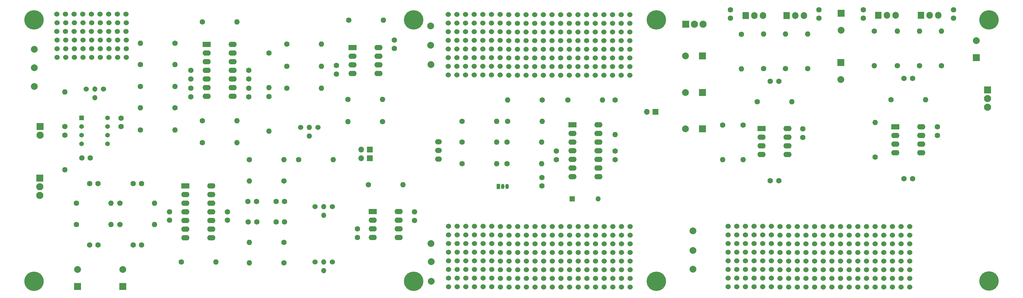
<source format=gbs>
G04 #@! TF.GenerationSoftware,KiCad,Pcbnew,8.0.4*
G04 #@! TF.CreationDate,2024-10-07T12:43:38-04:00*
G04 #@! TF.ProjectId,Signal_Processing_Board,5369676e-616c-45f5-9072-6f6365737369,rev?*
G04 #@! TF.SameCoordinates,Original*
G04 #@! TF.FileFunction,Soldermask,Bot*
G04 #@! TF.FilePolarity,Negative*
%FSLAX46Y46*%
G04 Gerber Fmt 4.6, Leading zero omitted, Abs format (unit mm)*
G04 Created by KiCad (PCBNEW 8.0.4) date 2024-10-07 12:43:38*
%MOMM*%
%LPD*%
G01*
G04 APERTURE LIST*
%ADD10C,2.000000*%
%ADD11R,2.000000X2.000000*%
%ADD12C,1.600000*%
%ADD13C,5.700000*%
%ADD14O,1.600000X1.600000*%
%ADD15R,2.400000X1.600000*%
%ADD16O,2.400000X1.600000*%
%ADD17R,1.700000X1.700000*%
%ADD18O,1.700000X1.700000*%
%ADD19R,2.100000X2.100000*%
%ADD20C,2.100000*%
%ADD21C,1.524000*%
%ADD22O,2.000000X1.500000*%
%ADD23R,1.050000X1.500000*%
%ADD24O,1.050000X1.500000*%
%ADD25O,1.524000X1.524000*%
%ADD26R,1.905000X2.000000*%
%ADD27O,1.905000X2.000000*%
%ADD28R,1.371600X1.371600*%
%ADD29C,1.371600*%
%ADD30O,1.550000X1.550000*%
%ADD31R,1.500000X1.500000*%
%ADD32O,1.500000X1.500000*%
G04 APERTURE END LIST*
D10*
X318340000Y-106512323D03*
D11*
X318340000Y-101512323D03*
X277617677Y-114090000D03*
D10*
X272617677Y-114090000D03*
D11*
X318260000Y-116042323D03*
D10*
X318260000Y-121042323D03*
X358000000Y-109567677D03*
D11*
X358000000Y-114567677D03*
D12*
X324790000Y-102980000D03*
X324790000Y-100480000D03*
X176260000Y-164888536D03*
X176260000Y-167388536D03*
D13*
X264000000Y-103500000D03*
D12*
X155450000Y-110578536D03*
D14*
X165610000Y-110578536D03*
D12*
X347790000Y-116920000D03*
D14*
X347790000Y-106760000D03*
D12*
X206995000Y-133273536D03*
D14*
X217155000Y-133273536D03*
D12*
X297500000Y-150750000D03*
X300000000Y-150750000D03*
X334790000Y-116920000D03*
D14*
X334790000Y-106760000D03*
D12*
X206995000Y-145773536D03*
D14*
X217155000Y-145773536D03*
D12*
X100070000Y-169578536D03*
X97570000Y-169578536D03*
X90280000Y-137328536D03*
D14*
X90280000Y-147488536D03*
D12*
X154820000Y-162828536D03*
X152320000Y-162828536D03*
D15*
X334230000Y-134860000D03*
D16*
X334230000Y-137400000D03*
X334230000Y-139940000D03*
X334230000Y-142480000D03*
X341850000Y-142480000D03*
X341850000Y-139940000D03*
X341850000Y-137400000D03*
X341850000Y-134860000D03*
D12*
X289500000Y-134420000D03*
D14*
X289500000Y-144580000D03*
D12*
X154610000Y-168828536D03*
D14*
X144450000Y-168828536D03*
D12*
X183610000Y-133328536D03*
D14*
X173450000Y-133328536D03*
D12*
X283500000Y-134420000D03*
D14*
X283500000Y-144580000D03*
D17*
X263745000Y-130500000D03*
D18*
X261205000Y-130500000D03*
D13*
X192750000Y-103500000D03*
D12*
X97570000Y-151578536D03*
X100070000Y-151578536D03*
X297500000Y-121500000D03*
X300000000Y-121500000D03*
D10*
X81280000Y-123078536D03*
D19*
X272670000Y-104750000D03*
D20*
X275210000Y-104750000D03*
X277750000Y-104750000D03*
D21*
X207980000Y-101878536D03*
X207980000Y-106958536D03*
X207990000Y-104418536D03*
X207990000Y-109498536D03*
X207990000Y-112038536D03*
X208000000Y-114578536D03*
X208010000Y-117118536D03*
X208020000Y-119658536D03*
X225760000Y-101918536D03*
X225760000Y-106998536D03*
X225770000Y-104458536D03*
X225770000Y-109538536D03*
X225770000Y-112078536D03*
X225780000Y-114618536D03*
X225790000Y-117158536D03*
X225800000Y-119698536D03*
X241000000Y-101948536D03*
X241000000Y-107028536D03*
X241010000Y-104488536D03*
X241010000Y-109568536D03*
X241010000Y-112108536D03*
X241020000Y-114648536D03*
X241030000Y-117188536D03*
X241040000Y-119728536D03*
X256240000Y-101948536D03*
X256240000Y-107028536D03*
X256250000Y-104488536D03*
X256250000Y-109568536D03*
X256250000Y-112108536D03*
X256260000Y-114648536D03*
X256270000Y-117188536D03*
X256280000Y-119728536D03*
X210520000Y-101878536D03*
X210520000Y-106958536D03*
X210530000Y-104418536D03*
X210530000Y-109498536D03*
X210530000Y-112038536D03*
X210540000Y-114578536D03*
X210550000Y-117118536D03*
X210560000Y-119658536D03*
X228300000Y-101918536D03*
X228300000Y-106998536D03*
X228310000Y-104458536D03*
X228310000Y-109538536D03*
X228310000Y-112078536D03*
X228320000Y-114618536D03*
X228330000Y-117158536D03*
X228340000Y-119698536D03*
X243540000Y-101948536D03*
X243540000Y-107028536D03*
X243550000Y-104488536D03*
X243550000Y-109568536D03*
X243550000Y-112108536D03*
X243560000Y-114648536D03*
X243570000Y-117188536D03*
X243580000Y-119728536D03*
X213060000Y-101878536D03*
X213060000Y-106958536D03*
X213070000Y-104418536D03*
X213070000Y-109498536D03*
X213070000Y-112038536D03*
X213080000Y-114578536D03*
X213090000Y-117118536D03*
X213100000Y-119658536D03*
X230840000Y-101918536D03*
X230840000Y-106998536D03*
X230850000Y-104458536D03*
X230850000Y-109538536D03*
X230850000Y-112078536D03*
X230860000Y-114618536D03*
X230870000Y-117158536D03*
X230880000Y-119698536D03*
X246080000Y-101948536D03*
X246080000Y-107028536D03*
X246090000Y-104488536D03*
X246090000Y-109568536D03*
X246090000Y-112108536D03*
X246100000Y-114648536D03*
X246110000Y-117188536D03*
X246120000Y-119728536D03*
X205440000Y-101878536D03*
X205440000Y-106958536D03*
X205450000Y-104418536D03*
X205450000Y-109498536D03*
X205450000Y-112038536D03*
X205460000Y-114578536D03*
X205470000Y-117118536D03*
X205480000Y-119658536D03*
X223220000Y-101918536D03*
X223220000Y-106998536D03*
X223230000Y-104458536D03*
X223230000Y-109538536D03*
X223230000Y-112078536D03*
X223240000Y-114618536D03*
X223250000Y-117158536D03*
X223260000Y-119698536D03*
X238460000Y-101948536D03*
X238460000Y-107028536D03*
X238470000Y-104488536D03*
X238470000Y-109568536D03*
X238470000Y-112108536D03*
X238480000Y-114648536D03*
X238490000Y-117188536D03*
X238500000Y-119728536D03*
X253700000Y-101948536D03*
X253700000Y-107028536D03*
X253710000Y-104488536D03*
X253710000Y-109568536D03*
X253710000Y-112108536D03*
X253720000Y-114648536D03*
X253730000Y-117188536D03*
X253740000Y-119728536D03*
X215600000Y-101878536D03*
X215600000Y-106958536D03*
X215610000Y-104418536D03*
X215610000Y-109498536D03*
X215610000Y-112038536D03*
X215620000Y-114578536D03*
X215630000Y-117118536D03*
X215640000Y-119658536D03*
X233380000Y-101918536D03*
X233380000Y-106998536D03*
X233390000Y-104458536D03*
X233390000Y-109538536D03*
X233390000Y-112078536D03*
X233400000Y-114618536D03*
X233410000Y-117158536D03*
X233420000Y-119698536D03*
X248620000Y-101948536D03*
X248620000Y-107028536D03*
X248630000Y-104488536D03*
X248630000Y-109568536D03*
X248630000Y-112108536D03*
X248640000Y-114648536D03*
X248650000Y-117188536D03*
X248660000Y-119728536D03*
X202900000Y-101878536D03*
X202900000Y-106958536D03*
X202910000Y-104418536D03*
X202910000Y-109498536D03*
X202910000Y-112038536D03*
X202920000Y-114578536D03*
X202930000Y-117118536D03*
X202940000Y-119658536D03*
X218140000Y-101908536D03*
X218140000Y-106988536D03*
X218150000Y-104448536D03*
X218150000Y-109528536D03*
X218150000Y-112068536D03*
X218160000Y-114608536D03*
X218170000Y-117148536D03*
X218180000Y-119688536D03*
X220680000Y-101918536D03*
X220680000Y-106998536D03*
X220690000Y-104458536D03*
X220690000Y-109538536D03*
X220690000Y-112078536D03*
X220700000Y-114618536D03*
X220710000Y-117158536D03*
X220720000Y-119698536D03*
X235920000Y-101948536D03*
X235920000Y-107028536D03*
X235930000Y-104488536D03*
X235930000Y-109568536D03*
X235930000Y-112108536D03*
X235940000Y-114648536D03*
X235950000Y-117188536D03*
X235960000Y-119728536D03*
X251160000Y-101948536D03*
X251160000Y-107028536D03*
X251170000Y-104488536D03*
X251170000Y-109568536D03*
X251170000Y-112108536D03*
X251180000Y-114648536D03*
X251190000Y-117188536D03*
X251200000Y-119728536D03*
D13*
X264000000Y-180250000D03*
D12*
X121070000Y-162328536D03*
X121070000Y-159828536D03*
X158990000Y-144578536D03*
D14*
X169150000Y-144578536D03*
D12*
X150280000Y-125998536D03*
D14*
X150280000Y-136158536D03*
D22*
X200030000Y-144368536D03*
X200030000Y-141828536D03*
X200030000Y-139288536D03*
D10*
X197700000Y-105240000D03*
D23*
X217670000Y-152440000D03*
D24*
X218940000Y-152440000D03*
X220210000Y-152440000D03*
D12*
X173700000Y-103578536D03*
D14*
X183860000Y-103578536D03*
D10*
X274750000Y-176750000D03*
D12*
X351290000Y-102980000D03*
X351290000Y-100480000D03*
D17*
X179855000Y-144153536D03*
D18*
X177315000Y-144153536D03*
D12*
X122610000Y-129328536D03*
D14*
X112450000Y-129328536D03*
D12*
X295500000Y-117830000D03*
D14*
X295500000Y-107670000D03*
D12*
X112450000Y-135828536D03*
D14*
X122610000Y-135828536D03*
D10*
X274750000Y-165500000D03*
D12*
X220155000Y-139423536D03*
D14*
X230315000Y-139423536D03*
D12*
X127280000Y-123578536D03*
X127280000Y-126078536D03*
X155450000Y-117078536D03*
D14*
X165610000Y-117078536D03*
D21*
X163780000Y-174578536D03*
D25*
X166320000Y-174578536D03*
X166320000Y-177118536D03*
D21*
X168860000Y-174578536D03*
D12*
X251905000Y-142023536D03*
X251905000Y-144523536D03*
D11*
X107280000Y-181828536D03*
D10*
X107280000Y-176828536D03*
X81280000Y-112078536D03*
D12*
X130700000Y-139578536D03*
D14*
X140860000Y-139578536D03*
D12*
X307000000Y-138000000D03*
X307000000Y-135500000D03*
D10*
X197870000Y-174488536D03*
D26*
X290250000Y-102195000D03*
D27*
X292790000Y-102195000D03*
X295330000Y-102195000D03*
D15*
X125700000Y-152288536D03*
D16*
X125700000Y-154828536D03*
X125700000Y-157368536D03*
X125700000Y-159908536D03*
X125700000Y-162448536D03*
X125700000Y-164988536D03*
X125700000Y-167528536D03*
X133320000Y-167528536D03*
X133320000Y-164988536D03*
X133320000Y-162448536D03*
X133320000Y-159908536D03*
X133320000Y-157368536D03*
X133320000Y-154828536D03*
X133320000Y-152288536D03*
D12*
X230405000Y-149773536D03*
X230405000Y-152273536D03*
X122610000Y-110328536D03*
D14*
X112450000Y-110328536D03*
D12*
X220305000Y-133273536D03*
D14*
X230465000Y-133273536D03*
D13*
X81250000Y-103500000D03*
D12*
X90280000Y-134828536D03*
D14*
X90280000Y-124668536D03*
D28*
X95220000Y-132268536D03*
D29*
X95220000Y-134808536D03*
X95220000Y-137348536D03*
X95220000Y-139888536D03*
X102840000Y-139888536D03*
X102840000Y-137348536D03*
X102840000Y-134808536D03*
X102840000Y-132268536D03*
D21*
X208030000Y-164128536D03*
X208030000Y-169208536D03*
X208040000Y-166668536D03*
X208040000Y-171748536D03*
X208040000Y-174288536D03*
X208050000Y-176828536D03*
X208060000Y-179368536D03*
X208070000Y-181908536D03*
X225810000Y-164168536D03*
X225810000Y-169248536D03*
X225820000Y-166708536D03*
X225820000Y-171788536D03*
X225820000Y-174328536D03*
X225830000Y-176868536D03*
X225840000Y-179408536D03*
X225850000Y-181948536D03*
X241050000Y-164198536D03*
X241050000Y-169278536D03*
X241060000Y-166738536D03*
X241060000Y-171818536D03*
X241060000Y-174358536D03*
X241070000Y-176898536D03*
X241080000Y-179438536D03*
X241090000Y-181978536D03*
X256290000Y-164198536D03*
X256290000Y-169278536D03*
X256300000Y-166738536D03*
X256300000Y-171818536D03*
X256300000Y-174358536D03*
X256310000Y-176898536D03*
X256320000Y-179438536D03*
X256330000Y-181978536D03*
X210570000Y-164128536D03*
X210570000Y-169208536D03*
X210580000Y-166668536D03*
X210580000Y-171748536D03*
X210580000Y-174288536D03*
X210590000Y-176828536D03*
X210600000Y-179368536D03*
X210610000Y-181908536D03*
X228350000Y-164168536D03*
X228350000Y-169248536D03*
X228360000Y-166708536D03*
X228360000Y-171788536D03*
X228360000Y-174328536D03*
X228370000Y-176868536D03*
X228380000Y-179408536D03*
X228390000Y-181948536D03*
X243590000Y-164198536D03*
X243590000Y-169278536D03*
X243600000Y-166738536D03*
X243600000Y-171818536D03*
X243600000Y-174358536D03*
X243610000Y-176898536D03*
X243620000Y-179438536D03*
X243630000Y-181978536D03*
X213110000Y-164128536D03*
X213110000Y-169208536D03*
X213120000Y-166668536D03*
X213120000Y-171748536D03*
X213120000Y-174288536D03*
X213130000Y-176828536D03*
X213140000Y-179368536D03*
X213150000Y-181908536D03*
X230890000Y-164168536D03*
X230890000Y-169248536D03*
X230900000Y-166708536D03*
X230900000Y-171788536D03*
X230900000Y-174328536D03*
X230910000Y-176868536D03*
X230920000Y-179408536D03*
X230930000Y-181948536D03*
X246130000Y-164198536D03*
X246130000Y-169278536D03*
X246140000Y-166738536D03*
X246140000Y-171818536D03*
X246140000Y-174358536D03*
X246150000Y-176898536D03*
X246160000Y-179438536D03*
X246170000Y-181978536D03*
X205490000Y-164128536D03*
X205490000Y-169208536D03*
X205500000Y-166668536D03*
X205500000Y-171748536D03*
X205500000Y-174288536D03*
X205510000Y-176828536D03*
X205520000Y-179368536D03*
X205530000Y-181908536D03*
X223270000Y-164168536D03*
X223270000Y-169248536D03*
X223280000Y-166708536D03*
X223280000Y-171788536D03*
X223280000Y-174328536D03*
X223290000Y-176868536D03*
X223300000Y-179408536D03*
X223310000Y-181948536D03*
X238510000Y-164198536D03*
X238510000Y-169278536D03*
X238520000Y-166738536D03*
X238520000Y-171818536D03*
X238520000Y-174358536D03*
X238530000Y-176898536D03*
X238540000Y-179438536D03*
X238550000Y-181978536D03*
X253750000Y-164198536D03*
X253750000Y-169278536D03*
X253760000Y-166738536D03*
X253760000Y-171818536D03*
X253760000Y-174358536D03*
X253770000Y-176898536D03*
X253780000Y-179438536D03*
X253790000Y-181978536D03*
X215650000Y-164128536D03*
X215650000Y-169208536D03*
X215660000Y-166668536D03*
X215660000Y-171748536D03*
X215660000Y-174288536D03*
X215670000Y-176828536D03*
X215680000Y-179368536D03*
X215690000Y-181908536D03*
X233430000Y-164168536D03*
X233430000Y-169248536D03*
X233440000Y-166708536D03*
X233440000Y-171788536D03*
X233440000Y-174328536D03*
X233450000Y-176868536D03*
X233460000Y-179408536D03*
X233470000Y-181948536D03*
X248670000Y-164198536D03*
X248670000Y-169278536D03*
X248680000Y-166738536D03*
X248680000Y-171818536D03*
X248680000Y-174358536D03*
X248690000Y-176898536D03*
X248700000Y-179438536D03*
X248710000Y-181978536D03*
X202950000Y-164128536D03*
X202950000Y-169208536D03*
X202960000Y-166668536D03*
X202960000Y-171748536D03*
X202960000Y-174288536D03*
X202970000Y-176828536D03*
X202980000Y-179368536D03*
X202990000Y-181908536D03*
X218190000Y-164158536D03*
X218190000Y-169238536D03*
X218200000Y-166698536D03*
X218200000Y-171778536D03*
X218200000Y-174318536D03*
X218210000Y-176858536D03*
X218220000Y-179398536D03*
X218230000Y-181938536D03*
X220730000Y-164168536D03*
X220730000Y-169248536D03*
X220740000Y-166708536D03*
X220740000Y-171788536D03*
X220740000Y-174328536D03*
X220750000Y-176868536D03*
X220760000Y-179408536D03*
X220770000Y-181948536D03*
X235970000Y-164198536D03*
X235970000Y-169278536D03*
X235980000Y-166738536D03*
X235980000Y-171818536D03*
X235980000Y-174358536D03*
X235990000Y-176898536D03*
X236000000Y-179438536D03*
X236010000Y-181978536D03*
X251210000Y-164198536D03*
X251210000Y-169278536D03*
X251220000Y-166738536D03*
X251220000Y-171818536D03*
X251220000Y-174358536D03*
X251230000Y-176898536D03*
X251240000Y-179438536D03*
X251250000Y-181978536D03*
D12*
X170090000Y-116888536D03*
X170090000Y-119388536D03*
X289000000Y-107690000D03*
D14*
X289000000Y-117850000D03*
D12*
X106490000Y-157328536D03*
D14*
X116650000Y-157328536D03*
D12*
X332960000Y-126920000D03*
D14*
X343120000Y-126920000D03*
D21*
X96530000Y-123828536D03*
D25*
X99070000Y-123828536D03*
X99070000Y-126368536D03*
D21*
X101610000Y-123828536D03*
D12*
X106780000Y-134828536D03*
X106780000Y-132328536D03*
X220155000Y-145773536D03*
D14*
X230315000Y-145773536D03*
D12*
X311750000Y-103000000D03*
X311750000Y-100500000D03*
D10*
X197830000Y-116590000D03*
D12*
X251905000Y-127043536D03*
D14*
X251905000Y-137203536D03*
D12*
X110320000Y-151578536D03*
X112820000Y-151578536D03*
D21*
X290180000Y-164130000D03*
X290180000Y-169210000D03*
X290190000Y-166670000D03*
X290190000Y-171750000D03*
X290190000Y-174290000D03*
X290200000Y-176830000D03*
X290210000Y-179370000D03*
X290220000Y-181910000D03*
X307960000Y-164170000D03*
X307960000Y-169250000D03*
X307970000Y-166710000D03*
X307970000Y-171790000D03*
X307970000Y-174330000D03*
X307980000Y-176870000D03*
X307990000Y-179410000D03*
X308000000Y-181950000D03*
X323200000Y-164200000D03*
X323200000Y-169280000D03*
X323210000Y-166740000D03*
X323210000Y-171820000D03*
X323210000Y-174360000D03*
X323220000Y-176900000D03*
X323230000Y-179440000D03*
X323240000Y-181980000D03*
X338440000Y-164200000D03*
X338440000Y-169280000D03*
X338450000Y-166740000D03*
X338450000Y-171820000D03*
X338450000Y-174360000D03*
X338460000Y-176900000D03*
X338470000Y-179440000D03*
X338480000Y-181980000D03*
X292720000Y-164130000D03*
X292720000Y-169210000D03*
X292730000Y-166670000D03*
X292730000Y-171750000D03*
X292730000Y-174290000D03*
X292740000Y-176830000D03*
X292750000Y-179370000D03*
X292760000Y-181910000D03*
X310500000Y-164170000D03*
X310500000Y-169250000D03*
X310510000Y-166710000D03*
X310510000Y-171790000D03*
X310510000Y-174330000D03*
X310520000Y-176870000D03*
X310530000Y-179410000D03*
X310540000Y-181950000D03*
X325740000Y-164200000D03*
X325740000Y-169280000D03*
X325750000Y-166740000D03*
X325750000Y-171820000D03*
X325750000Y-174360000D03*
X325760000Y-176900000D03*
X325770000Y-179440000D03*
X325780000Y-181980000D03*
X295260000Y-164130000D03*
X295260000Y-169210000D03*
X295270000Y-166670000D03*
X295270000Y-171750000D03*
X295270000Y-174290000D03*
X295280000Y-176830000D03*
X295290000Y-179370000D03*
X295300000Y-181910000D03*
X313040000Y-164170000D03*
X313040000Y-169250000D03*
X313050000Y-166710000D03*
X313050000Y-171790000D03*
X313050000Y-174330000D03*
X313060000Y-176870000D03*
X313070000Y-179410000D03*
X313080000Y-181950000D03*
X328280000Y-164200000D03*
X328280000Y-169280000D03*
X328290000Y-166740000D03*
X328290000Y-171820000D03*
X328290000Y-174360000D03*
X328300000Y-176900000D03*
X328310000Y-179440000D03*
X328320000Y-181980000D03*
X287640000Y-164130000D03*
X287640000Y-169210000D03*
X287650000Y-166670000D03*
X287650000Y-171750000D03*
X287650000Y-174290000D03*
X287660000Y-176830000D03*
X287670000Y-179370000D03*
X287680000Y-181910000D03*
X305420000Y-164170000D03*
X305420000Y-169250000D03*
X305430000Y-166710000D03*
X305430000Y-171790000D03*
X305430000Y-174330000D03*
X305440000Y-176870000D03*
X305450000Y-179410000D03*
X305460000Y-181950000D03*
X320660000Y-164200000D03*
X320660000Y-169280000D03*
X320670000Y-166740000D03*
X320670000Y-171820000D03*
X320670000Y-174360000D03*
X320680000Y-176900000D03*
X320690000Y-179440000D03*
X320700000Y-181980000D03*
X335900000Y-164200000D03*
X335900000Y-169280000D03*
X335910000Y-166740000D03*
X335910000Y-171820000D03*
X335910000Y-174360000D03*
X335920000Y-176900000D03*
X335930000Y-179440000D03*
X335940000Y-181980000D03*
X297800000Y-164130000D03*
X297800000Y-169210000D03*
X297810000Y-166670000D03*
X297810000Y-171750000D03*
X297810000Y-174290000D03*
X297820000Y-176830000D03*
X297830000Y-179370000D03*
X297840000Y-181910000D03*
X315580000Y-164170000D03*
X315580000Y-169250000D03*
X315590000Y-166710000D03*
X315590000Y-171790000D03*
X315590000Y-174330000D03*
X315600000Y-176870000D03*
X315610000Y-179410000D03*
X315620000Y-181950000D03*
X330820000Y-164200000D03*
X330820000Y-169280000D03*
X330830000Y-166740000D03*
X330830000Y-171820000D03*
X330830000Y-174360000D03*
X330840000Y-176900000D03*
X330850000Y-179440000D03*
X330860000Y-181980000D03*
X285100000Y-164130000D03*
X285100000Y-169210000D03*
X285110000Y-166670000D03*
X285110000Y-171750000D03*
X285110000Y-174290000D03*
X285120000Y-176830000D03*
X285130000Y-179370000D03*
X285140000Y-181910000D03*
X300340000Y-164160000D03*
X300340000Y-169240000D03*
X300350000Y-166700000D03*
X300350000Y-171780000D03*
X300350000Y-174320000D03*
X300360000Y-176860000D03*
X300370000Y-179400000D03*
X300380000Y-181940000D03*
X302880000Y-164170000D03*
X302880000Y-169250000D03*
X302890000Y-166710000D03*
X302890000Y-171790000D03*
X302890000Y-174330000D03*
X302900000Y-176870000D03*
X302910000Y-179410000D03*
X302920000Y-181950000D03*
X318120000Y-164200000D03*
X318120000Y-169280000D03*
X318130000Y-166740000D03*
X318130000Y-171820000D03*
X318130000Y-174360000D03*
X318140000Y-176900000D03*
X318150000Y-179440000D03*
X318160000Y-181980000D03*
X333360000Y-164200000D03*
X333360000Y-169280000D03*
X333370000Y-166740000D03*
X333370000Y-171820000D03*
X333370000Y-174360000D03*
X333380000Y-176900000D03*
X333390000Y-179440000D03*
X333400000Y-181980000D03*
D15*
X131970000Y-110708536D03*
D16*
X131970000Y-113248536D03*
X131970000Y-115788536D03*
X131970000Y-118328536D03*
X131970000Y-120868536D03*
X131970000Y-123408536D03*
X131970000Y-125948536D03*
X139590000Y-125948536D03*
X139590000Y-123408536D03*
X139590000Y-120868536D03*
X139590000Y-118328536D03*
X139590000Y-115788536D03*
X139590000Y-113248536D03*
X139590000Y-110708536D03*
D12*
X110320000Y-169578536D03*
X112820000Y-169578536D03*
X154650000Y-150828536D03*
D14*
X144490000Y-150828536D03*
D13*
X361700000Y-180200000D03*
D12*
X127280000Y-120828536D03*
X127280000Y-118328536D03*
D21*
X159530000Y-135078536D03*
D30*
X162070000Y-135078536D03*
X162070000Y-137618536D03*
D21*
X164610000Y-135078536D03*
D12*
X130700000Y-104078536D03*
D14*
X140860000Y-104078536D03*
D26*
X302290000Y-102195000D03*
D27*
X304830000Y-102195000D03*
X307370000Y-102195000D03*
D12*
X336790000Y-150170000D03*
X339290000Y-150170000D03*
D15*
X239405000Y-134323536D03*
D16*
X239405000Y-136863536D03*
X239405000Y-139403536D03*
X239405000Y-141943536D03*
X239405000Y-144483536D03*
X239405000Y-147023536D03*
X239405000Y-149563536D03*
X247025000Y-149563536D03*
X247025000Y-147023536D03*
X247025000Y-144483536D03*
X247025000Y-141943536D03*
X247025000Y-139403536D03*
X247025000Y-136863536D03*
X247025000Y-134323536D03*
D10*
X274750000Y-171250000D03*
D21*
X163780000Y-158328536D03*
D25*
X166320000Y-158328536D03*
X166320000Y-160868536D03*
D21*
X168860000Y-158328536D03*
D12*
X146650000Y-162828536D03*
X144150000Y-162828536D03*
X173450000Y-126828536D03*
D14*
X183610000Y-126828536D03*
D15*
X174780000Y-111578536D03*
D16*
X174780000Y-114118536D03*
X174780000Y-116658536D03*
X174780000Y-119198536D03*
X182400000Y-119198536D03*
X182400000Y-116658536D03*
X182400000Y-114118536D03*
X182400000Y-111578536D03*
D12*
X130700000Y-133078536D03*
D14*
X140860000Y-133078536D03*
D12*
X154820000Y-156828536D03*
X152320000Y-156828536D03*
D15*
X294940000Y-135440000D03*
D16*
X294940000Y-137980000D03*
X294940000Y-140520000D03*
X294940000Y-143060000D03*
X302560000Y-143060000D03*
X302560000Y-140520000D03*
X302560000Y-137980000D03*
X302560000Y-135440000D03*
D19*
X83030000Y-134788536D03*
D20*
X83030000Y-137328536D03*
D12*
X155450000Y-123578536D03*
D14*
X165610000Y-123578536D03*
D10*
X197710000Y-110920000D03*
D12*
X112450000Y-116578536D03*
D14*
X122610000Y-116578536D03*
D10*
X81280000Y-117578536D03*
D12*
X230485000Y-127023536D03*
D14*
X220325000Y-127023536D03*
D12*
X112450000Y-123078536D03*
D14*
X122610000Y-123078536D03*
D12*
X341290000Y-116920000D03*
D14*
X341290000Y-106760000D03*
D21*
X103200000Y-101828536D03*
X103200000Y-106908536D03*
X103210000Y-104368536D03*
X103210000Y-109448536D03*
X103210000Y-111988536D03*
X103220000Y-114528536D03*
X87960000Y-101788536D03*
X87960000Y-106868536D03*
X87970000Y-104328536D03*
X87970000Y-109408536D03*
X87970000Y-111948536D03*
X87980000Y-114488536D03*
X105740000Y-101828536D03*
X105740000Y-106908536D03*
X105750000Y-104368536D03*
X105750000Y-109448536D03*
X105750000Y-111988536D03*
X105760000Y-114528536D03*
X90500000Y-101788536D03*
X90500000Y-106868536D03*
X90510000Y-104328536D03*
X90510000Y-109408536D03*
X90510000Y-111948536D03*
X90520000Y-114488536D03*
X108280000Y-101828536D03*
X108280000Y-106908536D03*
X108290000Y-104368536D03*
X108290000Y-109448536D03*
X108290000Y-111988536D03*
X108300000Y-114528536D03*
X100660000Y-101828536D03*
X100660000Y-106908536D03*
X100670000Y-104368536D03*
X100670000Y-109448536D03*
X100670000Y-111988536D03*
X100680000Y-114528536D03*
X93040000Y-101788536D03*
X93040000Y-106868536D03*
X93050000Y-104328536D03*
X93050000Y-109408536D03*
X93050000Y-111948536D03*
X93060000Y-114488536D03*
X95580000Y-101818536D03*
X95580000Y-106898536D03*
X95590000Y-104358536D03*
X95590000Y-109438536D03*
X95590000Y-111978536D03*
X95600000Y-114518536D03*
X98120000Y-101828536D03*
X98120000Y-106908536D03*
X98130000Y-104368536D03*
X98130000Y-109448536D03*
X98130000Y-111988536D03*
X98140000Y-114528536D03*
D12*
X285750000Y-103000000D03*
X285750000Y-100500000D03*
X336790000Y-120670000D03*
X339290000Y-120670000D03*
X95280000Y-144078536D03*
X97780000Y-144078536D03*
X193010000Y-159888536D03*
X193010000Y-162388536D03*
X144280000Y-123578536D03*
X144280000Y-126078536D03*
D11*
X277607677Y-135500000D03*
D10*
X272607677Y-135500000D03*
D12*
X150280000Y-113248536D03*
D14*
X150280000Y-123408536D03*
D20*
X361300000Y-129130000D03*
X361300000Y-126590000D03*
D19*
X361300000Y-124050000D03*
D11*
X94030000Y-181828536D03*
D10*
X94030000Y-176828536D03*
D12*
X346540000Y-137420000D03*
X346540000Y-134920000D03*
X144280000Y-120828536D03*
X144280000Y-118328536D03*
D15*
X180760000Y-159768536D03*
D16*
X180760000Y-162308536D03*
X180760000Y-164848536D03*
X180760000Y-167388536D03*
X188380000Y-167388536D03*
X188380000Y-164848536D03*
X188380000Y-162308536D03*
X188380000Y-159768536D03*
D13*
X192750000Y-180250000D03*
D12*
X187090000Y-109388536D03*
X187090000Y-111888536D03*
X179430000Y-151888536D03*
D14*
X189590000Y-151888536D03*
D26*
X341790000Y-102120000D03*
D27*
X344330000Y-102120000D03*
X346870000Y-102120000D03*
D12*
X293670000Y-127500000D03*
D14*
X303830000Y-127500000D03*
D12*
X93660000Y-163578536D03*
D14*
X103820000Y-163578536D03*
D12*
X93660000Y-157328536D03*
D14*
X103820000Y-157328536D03*
D12*
X106490000Y-163578536D03*
D14*
X116650000Y-163578536D03*
D12*
X206995000Y-139423536D03*
D14*
X217155000Y-139423536D03*
D13*
X81250000Y-180250000D03*
D26*
X329250000Y-102115000D03*
D27*
X331790000Y-102115000D03*
X334330000Y-102115000D03*
D31*
X239340000Y-156023536D03*
D32*
X246960000Y-156023536D03*
D17*
X179855000Y-141553536D03*
D18*
X177315000Y-141553536D03*
D12*
X302000000Y-117830000D03*
D14*
X302000000Y-107670000D03*
D12*
X238075000Y-127023536D03*
D14*
X248235000Y-127023536D03*
D19*
X82920000Y-149988536D03*
D20*
X82920000Y-152528536D03*
X82920000Y-155068536D03*
D12*
X144490000Y-144578536D03*
D14*
X154650000Y-144578536D03*
D12*
X138070000Y-159828536D03*
X138070000Y-162328536D03*
D10*
X197920000Y-180248536D03*
D11*
X277567677Y-124800000D03*
D10*
X272567677Y-124800000D03*
X197800000Y-169168536D03*
D12*
X154650000Y-174828536D03*
D14*
X144490000Y-174828536D03*
D12*
X328040000Y-106760000D03*
D14*
X328040000Y-116920000D03*
D12*
X146570000Y-156828536D03*
X144070000Y-156828536D03*
X308500000Y-117830000D03*
D14*
X308500000Y-107670000D03*
D12*
X234655000Y-142023536D03*
X234655000Y-144523536D03*
X124490000Y-174578536D03*
D14*
X134650000Y-174578536D03*
D12*
X328290000Y-143750000D03*
D14*
X328290000Y-133590000D03*
D13*
X361700000Y-103500000D03*
M02*

</source>
